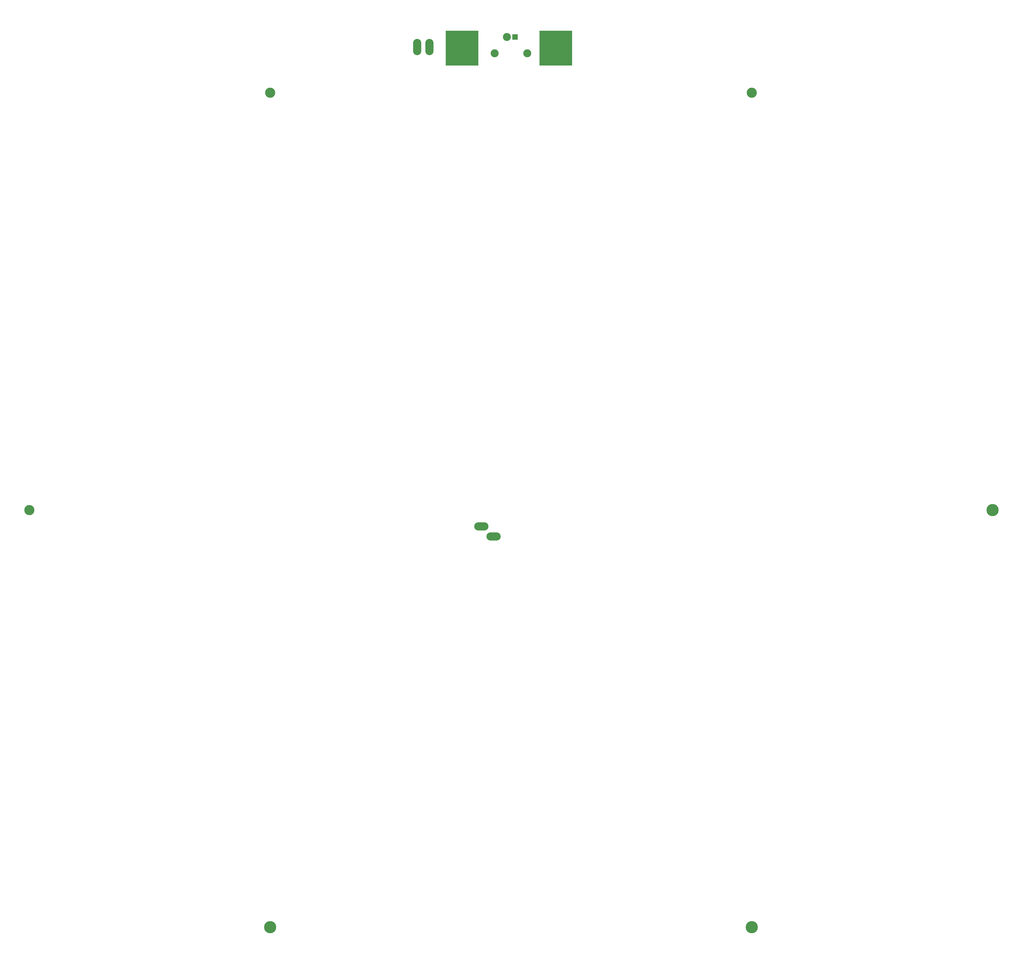
<source format=gbr>
G04 DipTrace 2.3.0.1*
%IN58742_R2_ONYX_BottomMask.gbr*%
%MOIN*%
%ADD21O,0.175X0.1*%
%ADD22O,0.1X0.2*%
%ADD33C,0.15*%
%ADD34C,0.125*%
%ADD37C,0.048*%
%ADD43C,0.098*%
%ADD47C,0.0671*%
%ADD49C,0.098*%
%ADD51R,0.0671X0.0671*%
%FSLAX44Y44*%
G04*
G70*
G90*
G75*
G01*
%LNBotMask*%
%LPD*%
D37*
X27201Y122964D3*
X26201D3*
X25201D3*
Y121964D3*
X26201D3*
X27201D3*
Y120964D3*
X26201D3*
X25201D3*
Y119964D3*
X26201D3*
X27201D3*
D51*
X21201Y122964D3*
D49*
X20201D3*
D33*
X50231Y13824D3*
D34*
X-8829Y116104D3*
X50231D3*
D33*
X79761Y64964D3*
D34*
X-38359D3*
D33*
X-8829Y13824D3*
D47*
X14701Y119964D3*
X13701Y122964D3*
X14701D3*
X15701D3*
Y121964D3*
X14701D3*
X13701D3*
Y120964D3*
X14701D3*
X15701D3*
Y119964D3*
X9201Y121214D3*
X13701Y119964D3*
X10701Y121214D3*
D43*
X18701Y120964D3*
D49*
X22701D3*
D21*
X17076Y62964D3*
X18576Y61714D3*
D22*
X9201Y121714D3*
X10701D3*
G36*
X12701Y123714D2*
X16701D1*
Y119464D1*
X12701D1*
Y123714D1*
G37*
G36*
X24201D2*
X28201D1*
Y119464D1*
X24201D1*
Y123714D1*
G37*
M02*

</source>
